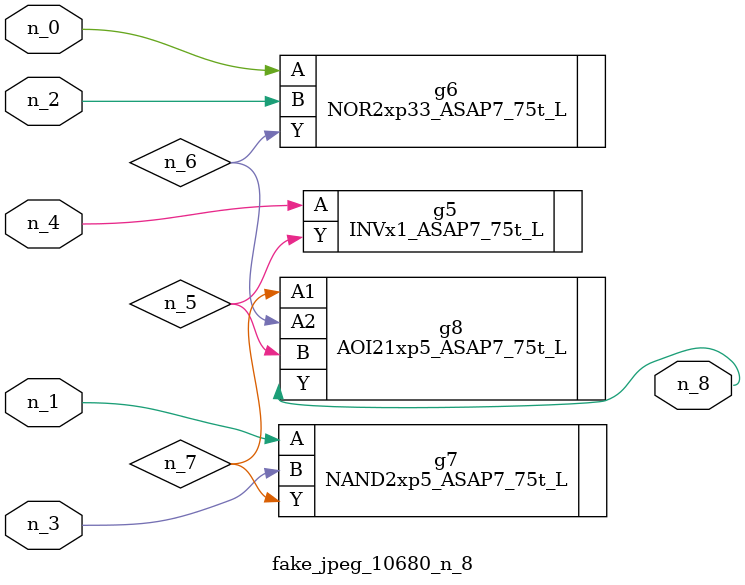
<source format=v>
module fake_jpeg_10680_n_8 (n_3, n_2, n_1, n_0, n_4, n_8);

input n_3;
input n_2;
input n_1;
input n_0;
input n_4;

output n_8;

wire n_6;
wire n_5;
wire n_7;

INVx1_ASAP7_75t_L g5 ( 
.A(n_4),
.Y(n_5)
);

NOR2xp33_ASAP7_75t_L g6 ( 
.A(n_0),
.B(n_2),
.Y(n_6)
);

NAND2xp5_ASAP7_75t_L g7 ( 
.A(n_1),
.B(n_3),
.Y(n_7)
);

AOI21xp5_ASAP7_75t_L g8 ( 
.A1(n_7),
.A2(n_6),
.B(n_5),
.Y(n_8)
);


endmodule
</source>
